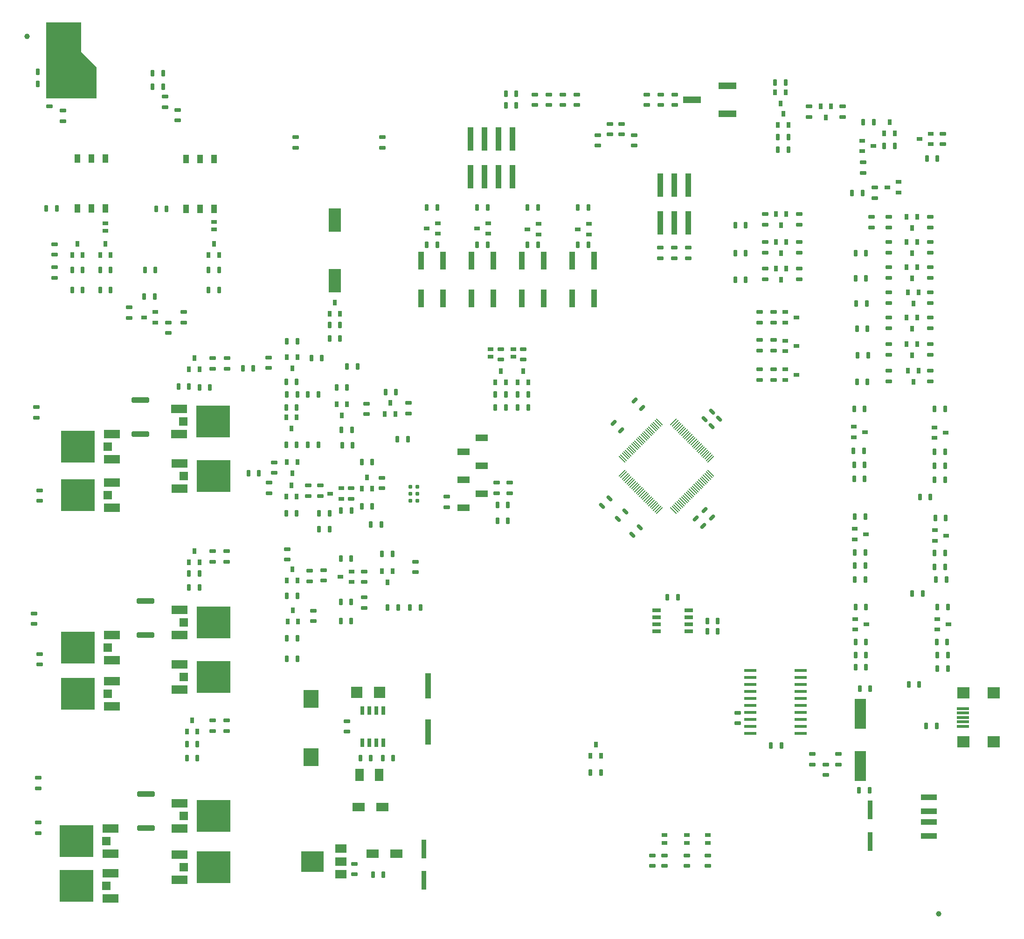
<source format=gtp>
G04*
G04 #@! TF.GenerationSoftware,Altium Limited,Altium Designer,20.0.2 (26)*
G04*
G04 Layer_Color=8421504*
%FSLAX25Y25*%
%MOIN*%
G70*
G01*
G75*
G04:AMPARAMS|DCode=21|XSize=27.56mil|YSize=49.21mil|CornerRadius=6.89mil|HoleSize=0mil|Usage=FLASHONLY|Rotation=180.000|XOffset=0mil|YOffset=0mil|HoleType=Round|Shape=RoundedRectangle|*
%AMROUNDEDRECTD21*
21,1,0.02756,0.03543,0,0,180.0*
21,1,0.01378,0.04921,0,0,180.0*
1,1,0.01378,-0.00689,0.01772*
1,1,0.01378,0.00689,0.01772*
1,1,0.01378,0.00689,-0.01772*
1,1,0.01378,-0.00689,-0.01772*
%
%ADD21ROUNDEDRECTD21*%
%ADD22R,0.03543X0.13583*%
%ADD23R,0.09055X0.06299*%
%ADD24R,0.09055X0.02362*%
%ADD25R,0.06000X0.06299*%
%ADD26R,0.11811X0.06299*%
%ADD27R,0.24410X0.22835*%
%ADD28R,0.04000X0.02854*%
G04:AMPARAMS|DCode=29|XSize=9mil|YSize=65mil|CornerRadius=0mil|HoleSize=0mil|Usage=FLASHONLY|Rotation=315.000|XOffset=0mil|YOffset=0mil|HoleType=Round|Shape=Rectangle|*
%AMROTATEDRECTD29*
4,1,4,-0.02616,-0.01980,0.01980,0.02616,0.02616,0.01980,-0.01980,-0.02616,-0.02616,-0.01980,0.0*
%
%ADD29ROTATEDRECTD29*%

G04:AMPARAMS|DCode=30|XSize=9mil|YSize=65mil|CornerRadius=0mil|HoleSize=0mil|Usage=FLASHONLY|Rotation=45.000|XOffset=0mil|YOffset=0mil|HoleType=Round|Shape=Rectangle|*
%AMROTATEDRECTD30*
4,1,4,0.01980,-0.02616,-0.02616,0.01980,-0.01980,0.02616,0.02616,-0.01980,0.01980,-0.02616,0.0*
%
%ADD30ROTATEDRECTD30*%

G04:AMPARAMS|DCode=31|XSize=27.56mil|YSize=49.21mil|CornerRadius=6.89mil|HoleSize=0mil|Usage=FLASHONLY|Rotation=45.000|XOffset=0mil|YOffset=0mil|HoleType=Round|Shape=RoundedRectangle|*
%AMROUNDEDRECTD31*
21,1,0.02756,0.03543,0,0,45.0*
21,1,0.01378,0.04921,0,0,45.0*
1,1,0.01378,0.01740,-0.00766*
1,1,0.01378,0.00766,-0.01740*
1,1,0.01378,-0.01740,0.00766*
1,1,0.01378,-0.00766,0.01740*
%
%ADD31ROUNDEDRECTD31*%
G04:AMPARAMS|DCode=32|XSize=27.56mil|YSize=49.21mil|CornerRadius=6.89mil|HoleSize=0mil|Usage=FLASHONLY|Rotation=270.000|XOffset=0mil|YOffset=0mil|HoleType=Round|Shape=RoundedRectangle|*
%AMROUNDEDRECTD32*
21,1,0.02756,0.03543,0,0,270.0*
21,1,0.01378,0.04921,0,0,270.0*
1,1,0.01378,-0.01772,-0.00689*
1,1,0.01378,-0.01772,0.00689*
1,1,0.01378,0.01772,0.00689*
1,1,0.01378,0.01772,-0.00689*
%
%ADD32ROUNDEDRECTD32*%
G04:AMPARAMS|DCode=33|XSize=27.56mil|YSize=49.21mil|CornerRadius=6.89mil|HoleSize=0mil|Usage=FLASHONLY|Rotation=135.000|XOffset=0mil|YOffset=0mil|HoleType=Round|Shape=RoundedRectangle|*
%AMROUNDEDRECTD33*
21,1,0.02756,0.03543,0,0,135.0*
21,1,0.01378,0.04921,0,0,135.0*
1,1,0.01378,0.00766,0.01740*
1,1,0.01378,0.01740,0.00766*
1,1,0.01378,-0.00766,-0.01740*
1,1,0.01378,-0.01740,-0.00766*
%
%ADD33ROUNDEDRECTD33*%
%ADD34R,0.09053X0.01967*%
%ADD35C,0.03100*%
%ADD36R,0.04000X0.03000*%
%ADD37R,0.03000X0.04000*%
%ADD38R,0.09053X0.07873*%
%ADD39C,0.03937*%
%ADD40R,0.08000X0.08000*%
G04:AMPARAMS|DCode=41|XSize=39.37mil|YSize=125.98mil|CornerRadius=9.84mil|HoleSize=0mil|Usage=FLASHONLY|Rotation=270.000|XOffset=0mil|YOffset=0mil|HoleType=Round|Shape=RoundedRectangle|*
%AMROUNDEDRECTD41*
21,1,0.03937,0.10630,0,0,270.0*
21,1,0.01968,0.12598,0,0,270.0*
1,1,0.01968,-0.05315,-0.00984*
1,1,0.01968,-0.05315,0.00984*
1,1,0.01968,0.05315,0.00984*
1,1,0.01968,0.05315,-0.00984*
%
%ADD41ROUNDEDRECTD41*%
%ADD42R,0.10984X0.12598*%
%ADD43R,0.11339X0.04409*%
%ADD44R,0.07874X0.21654*%
%ADD45R,0.03937X0.16929*%
%ADD46R,0.09055X0.06300*%
%ADD47R,0.06000X0.09000*%
%ADD48R,0.04331X0.18307*%
%ADD49R,0.09055X0.16929*%
%ADD50R,0.08661X0.05000*%
%ADD51R,0.12992X0.04724*%
%ADD52R,0.03937X0.12598*%
%ADD53R,0.08000X0.06000*%
%ADD54R,0.16000X0.15000*%
%ADD55R,0.03030X0.05910*%
%ADD56R,0.03937X0.05984*%
%ADD57R,0.05910X0.03030*%
G36*
X87000Y628000D02*
X98000Y617000D01*
Y594500D01*
X62033Y594500D01*
X61968Y649000D01*
X87000Y649000D01*
Y628000D01*
D02*
G37*
D21*
X294240Y123000D02*
D03*
X286760D02*
D03*
X383260Y373500D02*
D03*
X390740D02*
D03*
X234260Y421000D02*
D03*
X241740D02*
D03*
Y239000D02*
D03*
X234260D02*
D03*
X280303Y300000D02*
D03*
X272823D02*
D03*
X249260Y347000D02*
D03*
X256740D02*
D03*
X233760D02*
D03*
X241240D02*
D03*
X277260Y403000D02*
D03*
X284740D02*
D03*
X251760Y409000D02*
D03*
X259240D02*
D03*
X269760Y388000D02*
D03*
X277240D02*
D03*
X648240Y484000D02*
D03*
X640760D02*
D03*
X648240Y466000D02*
D03*
X640760D02*
D03*
X649240Y392000D02*
D03*
X641760D02*
D03*
X648740Y448000D02*
D03*
X641260D02*
D03*
X649240Y430000D02*
D03*
X641760D02*
D03*
X645740Y527000D02*
D03*
X638260D02*
D03*
X646260Y577500D02*
D03*
X653740D02*
D03*
X649740Y411000D02*
D03*
X642260D02*
D03*
X580260Y132000D02*
D03*
X587740D02*
D03*
X650740Y100000D02*
D03*
X643260Y100000D02*
D03*
X651240Y172500D02*
D03*
X643760D02*
D03*
X449740Y490000D02*
D03*
X442260D02*
D03*
X406260D02*
D03*
X413740D02*
D03*
X377740D02*
D03*
X370260D02*
D03*
X334260D02*
D03*
X341740D02*
D03*
X513740Y238000D02*
D03*
X506260D02*
D03*
X583260Y606000D02*
D03*
X590740D02*
D03*
X706740Y231000D02*
D03*
X699260D02*
D03*
X640760D02*
D03*
X648240D02*
D03*
X647740Y295500D02*
D03*
X640260D02*
D03*
X697760Y294500D02*
D03*
X705240D02*
D03*
X647240Y372500D02*
D03*
X639760D02*
D03*
X697260D02*
D03*
X704740D02*
D03*
X56260Y613500D02*
D03*
X63740D02*
D03*
X138260Y612500D02*
D03*
X145740D02*
D03*
X264760Y423000D02*
D03*
X272240D02*
D03*
X451260Y112500D02*
D03*
X458740D02*
D03*
X178260Y472000D02*
D03*
X185740D02*
D03*
Y457500D02*
D03*
X178260D02*
D03*
X138260Y603000D02*
D03*
X145740D02*
D03*
X140760Y515500D02*
D03*
X148240D02*
D03*
X100760Y472000D02*
D03*
X108240D02*
D03*
X108114Y457500D02*
D03*
X100634D02*
D03*
X63740Y605000D02*
D03*
X56260D02*
D03*
X62260Y516000D02*
D03*
X69740D02*
D03*
X697260Y332000D02*
D03*
X704740D02*
D03*
X639760Y332500D02*
D03*
X647240D02*
D03*
X704740Y322000D02*
D03*
X697260D02*
D03*
X647240Y322500D02*
D03*
X639760D02*
D03*
X704740Y342000D02*
D03*
X697260D02*
D03*
X646740Y342500D02*
D03*
X639260D02*
D03*
X694240Y309500D02*
D03*
X686760D02*
D03*
X697260Y259500D02*
D03*
X704740D02*
D03*
X640260Y260500D02*
D03*
X647740D02*
D03*
X705740Y250500D02*
D03*
X698260D02*
D03*
X647740D02*
D03*
X640260D02*
D03*
X704740Y269500D02*
D03*
X697260D02*
D03*
X647740Y270000D02*
D03*
X640260D02*
D03*
X688740Y240500D02*
D03*
X681260D02*
D03*
X640760Y196500D02*
D03*
X648240D02*
D03*
X699260D02*
D03*
X706740D02*
D03*
X648240Y188000D02*
D03*
X640760D02*
D03*
X706740Y187000D02*
D03*
X699260D02*
D03*
X648240Y206000D02*
D03*
X640760D02*
D03*
X706240D02*
D03*
X698760D02*
D03*
X686240Y175500D02*
D03*
X678760D02*
D03*
X585260Y567000D02*
D03*
X592740D02*
D03*
X585260Y558000D02*
D03*
X592740D02*
D03*
X273260Y357500D02*
D03*
X280740D02*
D03*
X156760Y388500D02*
D03*
X164240D02*
D03*
X281240Y346500D02*
D03*
X273760D02*
D03*
X202760Y401500D02*
D03*
X210240D02*
D03*
X241240Y373500D02*
D03*
X233760D02*
D03*
X179240Y388000D02*
D03*
X171760D02*
D03*
X312240Y384500D02*
D03*
X304760D02*
D03*
X241240Y392000D02*
D03*
X233760D02*
D03*
X234260Y383000D02*
D03*
X241740D02*
D03*
X313260Y351000D02*
D03*
X320740D02*
D03*
X256740Y383000D02*
D03*
X249260D02*
D03*
X171740Y255000D02*
D03*
X164260D02*
D03*
X171740Y245000D02*
D03*
X164260D02*
D03*
X264740Y298000D02*
D03*
X257260D02*
D03*
Y286500D02*
D03*
X264740D02*
D03*
X206760Y326500D02*
D03*
X214240D02*
D03*
X287760Y303000D02*
D03*
X295240D02*
D03*
X233760Y298000D02*
D03*
X241240D02*
D03*
X170240Y133000D02*
D03*
X162760D02*
D03*
X295240Y334500D02*
D03*
X287760D02*
D03*
X170240Y123000D02*
D03*
X162760D02*
D03*
X294260Y290000D02*
D03*
X301740D02*
D03*
X132260Y453000D02*
D03*
X139740D02*
D03*
X272760Y265500D02*
D03*
X280240D02*
D03*
X80760Y472000D02*
D03*
X88240D02*
D03*
Y457500D02*
D03*
X80760D02*
D03*
X280240Y234500D02*
D03*
X272760D02*
D03*
X309740Y269000D02*
D03*
X302260D02*
D03*
X234260Y208500D02*
D03*
X241740D02*
D03*
Y194000D02*
D03*
X234260D02*
D03*
X306260Y230500D02*
D03*
X313740D02*
D03*
X329740D02*
D03*
X322260D02*
D03*
X280240Y221000D02*
D03*
X272760D02*
D03*
X295760Y39500D02*
D03*
X303240D02*
D03*
X302760Y123000D02*
D03*
X310240D02*
D03*
X542240Y213500D02*
D03*
X534760D02*
D03*
X542240Y221000D02*
D03*
X534760D02*
D03*
X399260Y383000D02*
D03*
X406740D02*
D03*
Y373500D02*
D03*
X399260D02*
D03*
X341740Y516500D02*
D03*
X334260D02*
D03*
X377740D02*
D03*
X370260D02*
D03*
X383260Y383000D02*
D03*
X390740D02*
D03*
X392240Y292500D02*
D03*
X384760D02*
D03*
X413740Y516500D02*
D03*
X406260D02*
D03*
X392240Y304000D02*
D03*
X384760D02*
D03*
X264760Y432500D02*
D03*
X272240D02*
D03*
X132654Y472000D02*
D03*
X140134D02*
D03*
X449740Y516500D02*
D03*
X442260D02*
D03*
X691260Y146000D02*
D03*
X698740D02*
D03*
X691760Y551500D02*
D03*
X699240D02*
D03*
X668740Y560500D02*
D03*
X661260D02*
D03*
X554760Y465000D02*
D03*
X562240D02*
D03*
X554760Y484000D02*
D03*
X562240D02*
D03*
X554760Y504000D02*
D03*
X562240D02*
D03*
X390760Y598000D02*
D03*
X398240D02*
D03*
X390760Y589500D02*
D03*
X398240D02*
D03*
D22*
X332000Y57941D02*
D03*
Y35500D02*
D03*
X651000Y63279D02*
D03*
Y85720D02*
D03*
D23*
X295535Y54500D02*
D03*
X312465D02*
D03*
D24*
X601320Y140678D02*
D03*
Y145678D02*
D03*
Y150678D02*
D03*
Y155678D02*
D03*
Y160678D02*
D03*
Y165678D02*
D03*
Y170678D02*
D03*
Y175678D02*
D03*
Y180678D02*
D03*
Y185678D02*
D03*
X565375Y140678D02*
D03*
Y155678D02*
D03*
Y160678D02*
D03*
Y165678D02*
D03*
Y170678D02*
D03*
Y175678D02*
D03*
Y180678D02*
D03*
Y185678D02*
D03*
Y150678D02*
D03*
Y145678D02*
D03*
D25*
X160500Y45000D02*
D03*
X105000Y31500D02*
D03*
Y63500D02*
D03*
X160500Y81500D02*
D03*
Y181000D02*
D03*
X106000Y169000D02*
D03*
Y202000D02*
D03*
X160500Y220000D02*
D03*
X106000Y311000D02*
D03*
Y345500D02*
D03*
X160098Y363484D02*
D03*
X160500Y324500D02*
D03*
D26*
X157402Y54016D02*
D03*
Y35984D02*
D03*
X108098Y40516D02*
D03*
Y22484D02*
D03*
Y54484D02*
D03*
Y72516D02*
D03*
X157402Y72484D02*
D03*
Y90516D02*
D03*
Y190016D02*
D03*
Y171984D02*
D03*
X109098Y178016D02*
D03*
Y159984D02*
D03*
Y192984D02*
D03*
Y211016D02*
D03*
X157402Y210984D02*
D03*
Y229016D02*
D03*
X109098Y301984D02*
D03*
Y320016D02*
D03*
Y354516D02*
D03*
Y336484D02*
D03*
X157000Y372500D02*
D03*
Y354468D02*
D03*
X157402Y315484D02*
D03*
Y333516D02*
D03*
D27*
X181811Y45000D02*
D03*
X83689Y31500D02*
D03*
Y63500D02*
D03*
X181811Y81500D02*
D03*
Y181000D02*
D03*
X84689Y169000D02*
D03*
Y202000D02*
D03*
X181811Y220000D02*
D03*
X84689Y311000D02*
D03*
Y345500D02*
D03*
X181409Y363484D02*
D03*
X181811Y324500D02*
D03*
D28*
X379906Y415216D02*
D03*
Y409783D02*
D03*
X396000Y409784D02*
D03*
Y415216D02*
D03*
X504000Y67716D02*
D03*
Y62283D02*
D03*
X520000D02*
D03*
Y67716D02*
D03*
X535000D02*
D03*
Y62283D02*
D03*
X104500Y505217D02*
D03*
Y499784D02*
D03*
X182000Y500783D02*
D03*
Y506216D02*
D03*
D29*
X510511Y363236D02*
D03*
X511624Y362123D02*
D03*
X512738Y361009D02*
D03*
X513852Y359896D02*
D03*
X514965Y358782D02*
D03*
X516079Y357668D02*
D03*
X517192Y356555D02*
D03*
X518306Y355441D02*
D03*
X519419Y354328D02*
D03*
X520533Y353214D02*
D03*
X521646Y352101D02*
D03*
X522760Y350987D02*
D03*
X523874Y349874D02*
D03*
X524987Y348760D02*
D03*
X526101Y347646D02*
D03*
X527214Y346533D02*
D03*
X528328Y345419D02*
D03*
X529441Y344306D02*
D03*
X530555Y343192D02*
D03*
X531669Y342079D02*
D03*
X532782Y340965D02*
D03*
X533896Y339852D02*
D03*
X535009Y338738D02*
D03*
X536123Y337625D02*
D03*
X537236Y336511D02*
D03*
X500489Y299764D02*
D03*
X499375Y300877D02*
D03*
X498262Y301991D02*
D03*
X497148Y303104D02*
D03*
X496035Y304218D02*
D03*
X494921Y305331D02*
D03*
X493808Y306445D02*
D03*
X492694Y307559D02*
D03*
X491581Y308672D02*
D03*
X490467Y309786D02*
D03*
X489354Y310899D02*
D03*
X488240Y312013D02*
D03*
X487126Y313126D02*
D03*
X486013Y314240D02*
D03*
X484899Y315353D02*
D03*
X483786Y316467D02*
D03*
X482672Y317581D02*
D03*
X481559Y318694D02*
D03*
X480445Y319808D02*
D03*
X479331Y320921D02*
D03*
X478218Y322035D02*
D03*
X477104Y323148D02*
D03*
X475991Y324262D02*
D03*
X474877Y325376D02*
D03*
X473764Y326489D02*
D03*
D30*
X537236D02*
D03*
X536123Y325376D02*
D03*
X535009Y324262D02*
D03*
X533896Y323148D02*
D03*
X532782Y322035D02*
D03*
X531669Y320921D02*
D03*
X530555Y319808D02*
D03*
X529441Y318694D02*
D03*
X528328Y317581D02*
D03*
X527214Y316467D02*
D03*
X526101Y315353D02*
D03*
X524987Y314240D02*
D03*
X523874Y313126D02*
D03*
X522760Y312013D02*
D03*
X521646Y310899D02*
D03*
X520533Y309786D02*
D03*
X519419Y308672D02*
D03*
X518306Y307559D02*
D03*
X514965Y304218D02*
D03*
X513852Y303104D02*
D03*
X512738Y301991D02*
D03*
X511624Y300877D02*
D03*
X510511Y299764D02*
D03*
X473764Y336511D02*
D03*
X474877Y337625D02*
D03*
X475991Y338738D02*
D03*
X477104Y339852D02*
D03*
X478218Y340965D02*
D03*
X479331Y342079D02*
D03*
X480445Y343192D02*
D03*
X481559Y344306D02*
D03*
X482672Y345419D02*
D03*
X483786Y346533D02*
D03*
X484899Y347646D02*
D03*
X486013Y348760D02*
D03*
X487126Y349874D02*
D03*
X488240Y350987D02*
D03*
X489354Y352101D02*
D03*
X490467Y353214D02*
D03*
X491581Y354328D02*
D03*
X492694Y355441D02*
D03*
X493808Y356555D02*
D03*
X494921Y357668D02*
D03*
X496035Y358782D02*
D03*
X497148Y359896D02*
D03*
X498262Y361009D02*
D03*
X499375Y362123D02*
D03*
X500489Y363236D02*
D03*
X517192Y306445D02*
D03*
X516079Y305331D02*
D03*
D31*
X480974Y282581D02*
D03*
X486264Y287870D02*
D03*
X475971Y299145D02*
D03*
X470682Y293855D02*
D03*
X537855Y360355D02*
D03*
X543145Y365645D02*
D03*
X532855Y365355D02*
D03*
X538145Y370645D02*
D03*
X459355Y303355D02*
D03*
X464645Y308645D02*
D03*
D32*
X121500Y445177D02*
D03*
Y437697D02*
D03*
X654500Y523260D02*
D03*
Y530740D02*
D03*
X289500Y237740D02*
D03*
Y230260D02*
D03*
X234500Y264760D02*
D03*
Y272240D02*
D03*
X289500Y256240D02*
D03*
Y248760D02*
D03*
X280000Y315740D02*
D03*
Y308260D02*
D03*
X646000Y548740D02*
D03*
Y541260D02*
D03*
X652039Y502260D02*
D03*
Y509740D02*
D03*
X694000D02*
D03*
Y502260D02*
D03*
Y484260D02*
D03*
Y491740D02*
D03*
Y473740D02*
D03*
Y466260D02*
D03*
Y448260D02*
D03*
Y455740D02*
D03*
Y437740D02*
D03*
Y430260D02*
D03*
Y411260D02*
D03*
Y418740D02*
D03*
Y399740D02*
D03*
Y392260D02*
D03*
X600500Y511740D02*
D03*
Y504260D02*
D03*
Y484260D02*
D03*
Y491740D02*
D03*
Y472740D02*
D03*
Y465260D02*
D03*
X240500Y566740D02*
D03*
Y559260D02*
D03*
X302500Y566740D02*
D03*
Y559260D02*
D03*
X619501Y118291D02*
D03*
Y110810D02*
D03*
X556500Y147760D02*
D03*
Y155240D02*
D03*
X393500Y312260D02*
D03*
Y319740D02*
D03*
X348500Y309740D02*
D03*
Y302260D02*
D03*
X277000Y141760D02*
D03*
Y149240D02*
D03*
X56500Y101260D02*
D03*
Y108740D02*
D03*
Y69260D02*
D03*
Y76740D02*
D03*
X53500Y218760D02*
D03*
Y226240D02*
D03*
X57500Y189760D02*
D03*
Y197240D02*
D03*
X55000Y366260D02*
D03*
Y373740D02*
D03*
X57500Y306823D02*
D03*
Y314303D02*
D03*
X631500Y588740D02*
D03*
Y581260D02*
D03*
X384000Y319740D02*
D03*
Y312260D02*
D03*
X511500Y589760D02*
D03*
Y597240D02*
D03*
X501500Y589760D02*
D03*
Y597240D02*
D03*
X491500Y589760D02*
D03*
Y597240D02*
D03*
X441500Y589760D02*
D03*
Y597240D02*
D03*
X431500Y589760D02*
D03*
Y597240D02*
D03*
X421500Y589760D02*
D03*
Y597240D02*
D03*
X411500Y589760D02*
D03*
Y597240D02*
D03*
X495500Y45760D02*
D03*
Y53240D02*
D03*
X147000Y595740D02*
D03*
Y588260D02*
D03*
X156000Y578760D02*
D03*
Y586240D02*
D03*
X64500Y596240D02*
D03*
Y588760D02*
D03*
X74000Y578260D02*
D03*
Y585740D02*
D03*
X607500Y581260D02*
D03*
Y588740D02*
D03*
X221000Y401760D02*
D03*
Y409240D02*
D03*
X291000Y376240D02*
D03*
Y368760D02*
D03*
X181000Y408740D02*
D03*
Y401260D02*
D03*
X321000Y376740D02*
D03*
Y369260D02*
D03*
X191500Y401260D02*
D03*
Y408740D02*
D03*
X181000Y270740D02*
D03*
Y263260D02*
D03*
X225000Y326760D02*
D03*
Y334240D02*
D03*
X191000Y263260D02*
D03*
Y270740D02*
D03*
X221500Y319740D02*
D03*
Y312260D02*
D03*
X181000Y149740D02*
D03*
Y142260D02*
D03*
X302000Y323240D02*
D03*
Y315760D02*
D03*
X249500Y317740D02*
D03*
Y310260D02*
D03*
X258000Y317740D02*
D03*
Y310260D02*
D03*
X191000Y142260D02*
D03*
Y149740D02*
D03*
X149500Y426760D02*
D03*
Y434240D02*
D03*
X160500Y441740D02*
D03*
Y434260D02*
D03*
X250500Y256740D02*
D03*
Y249260D02*
D03*
X260500Y249760D02*
D03*
Y257240D02*
D03*
X68000Y490240D02*
D03*
Y482760D02*
D03*
X326000Y263240D02*
D03*
Y255760D02*
D03*
X68000Y466260D02*
D03*
Y473740D02*
D03*
X253000Y228240D02*
D03*
Y220760D02*
D03*
X535000Y45760D02*
D03*
Y53240D02*
D03*
X520000Y45760D02*
D03*
Y53240D02*
D03*
X504000Y45760D02*
D03*
Y53240D02*
D03*
X282500Y47240D02*
D03*
Y39760D02*
D03*
X403000Y415240D02*
D03*
Y407760D02*
D03*
X387000Y415240D02*
D03*
Y407760D02*
D03*
X501000Y480260D02*
D03*
Y487740D02*
D03*
X511000Y480260D02*
D03*
Y487740D02*
D03*
X521000Y480260D02*
D03*
X521000Y487740D02*
D03*
X628300Y125803D02*
D03*
Y118323D02*
D03*
X609724Y125740D02*
D03*
Y118260D02*
D03*
X703000Y569240D02*
D03*
Y561760D02*
D03*
X582000Y400740D02*
D03*
Y393260D02*
D03*
Y421740D02*
D03*
Y414260D02*
D03*
Y441740D02*
D03*
Y434260D02*
D03*
X572000Y393260D02*
D03*
Y400740D02*
D03*
Y414260D02*
D03*
Y421740D02*
D03*
Y434260D02*
D03*
Y441740D02*
D03*
X576000Y465260D02*
D03*
Y472740D02*
D03*
Y484260D02*
D03*
Y491740D02*
D03*
Y504260D02*
D03*
Y511740D02*
D03*
X664500Y392260D02*
D03*
Y399740D02*
D03*
Y411260D02*
D03*
Y418740D02*
D03*
Y430260D02*
D03*
Y437740D02*
D03*
Y448260D02*
D03*
Y455740D02*
D03*
Y466260D02*
D03*
Y473740D02*
D03*
Y484260D02*
D03*
Y491740D02*
D03*
Y502260D02*
D03*
Y509740D02*
D03*
X456500Y568240D02*
D03*
Y560760D02*
D03*
X482500Y568240D02*
D03*
Y560760D02*
D03*
X465000Y568760D02*
D03*
Y576240D02*
D03*
X473500Y568760D02*
D03*
X473500Y576240D02*
D03*
D33*
X532855Y300145D02*
D03*
X538145Y294855D02*
D03*
X526355Y294145D02*
D03*
X531645Y288855D02*
D03*
X482855Y378645D02*
D03*
X488145Y373355D02*
D03*
X473145Y357355D02*
D03*
X467855Y362645D02*
D03*
D34*
X717500Y148853D02*
D03*
Y152000D02*
D03*
Y155147D02*
D03*
Y145707D02*
D03*
Y158293D02*
D03*
D35*
X327500Y307000D02*
D03*
X322500D02*
D03*
Y312000D02*
D03*
Y317000D02*
D03*
X327500Y312000D02*
D03*
Y317000D02*
D03*
D36*
X663500Y531000D02*
D03*
X671500Y527250D02*
D03*
Y534750D02*
D03*
X653500Y560500D02*
D03*
X645500Y564250D02*
D03*
Y556750D02*
D03*
X273000Y315750D02*
D03*
Y308250D02*
D03*
X265000Y312000D02*
D03*
X140000Y441750D02*
D03*
Y434250D02*
D03*
X132000Y438000D02*
D03*
X280500Y256250D02*
D03*
Y248750D02*
D03*
X272500Y252500D02*
D03*
X590500Y393250D02*
D03*
Y400750D02*
D03*
X598500Y397000D02*
D03*
X590500Y413750D02*
D03*
Y421250D02*
D03*
X598500Y417500D02*
D03*
X590500Y434250D02*
D03*
Y441750D02*
D03*
X598500Y438000D02*
D03*
X694500Y569250D02*
D03*
Y561750D02*
D03*
X686500Y565500D02*
D03*
X334000Y501500D02*
D03*
X342000Y497750D02*
D03*
Y505250D02*
D03*
X378000D02*
D03*
Y497750D02*
D03*
X370000Y501500D02*
D03*
X406000Y501000D02*
D03*
X414000Y497250D02*
D03*
Y504750D02*
D03*
X707000Y218500D02*
D03*
X699000Y222250D02*
D03*
Y214750D02*
D03*
X640500D02*
D03*
Y222250D02*
D03*
X648500Y218500D02*
D03*
X648000Y283000D02*
D03*
X640000Y286750D02*
D03*
Y279250D02*
D03*
X697500Y278250D02*
D03*
Y285750D02*
D03*
X705500Y282000D02*
D03*
X647500Y356000D02*
D03*
X639500Y359750D02*
D03*
Y352250D02*
D03*
X697000Y351750D02*
D03*
Y359250D02*
D03*
X705000Y355500D02*
D03*
X442000Y501000D02*
D03*
X450000Y497250D02*
D03*
Y504750D02*
D03*
D37*
X668750Y569500D02*
D03*
X661250D02*
D03*
X665000Y577500D02*
D03*
X185750Y482500D02*
D03*
X178250D02*
D03*
X182000Y490500D02*
D03*
X108250Y482500D02*
D03*
X100750D02*
D03*
X104500Y490500D02*
D03*
X592750Y575500D02*
D03*
X585250D02*
D03*
X589000Y583500D02*
D03*
X234250Y409500D02*
D03*
X241750D02*
D03*
X238000Y401500D02*
D03*
X269750Y376000D02*
D03*
X277250D02*
D03*
X273500Y368000D02*
D03*
X171750Y401000D02*
D03*
X164250D02*
D03*
X168000Y409000D02*
D03*
X233750Y366500D02*
D03*
X241250D02*
D03*
X237500Y358500D02*
D03*
X311750Y369000D02*
D03*
X304250D02*
D03*
X308000Y377000D02*
D03*
X171750Y263000D02*
D03*
X164250D02*
D03*
X168000Y271000D02*
D03*
X234250Y334500D02*
D03*
X241750D02*
D03*
X238000Y326500D02*
D03*
X170250Y142000D02*
D03*
X162750D02*
D03*
X166500Y150000D02*
D03*
X241250Y310000D02*
D03*
X233750D02*
D03*
X237500Y318000D02*
D03*
X295250Y315500D02*
D03*
X287750D02*
D03*
X291500Y323500D02*
D03*
X241750Y250000D02*
D03*
X234250D02*
D03*
X238000Y258000D02*
D03*
X88250Y482500D02*
D03*
X80750D02*
D03*
X84500Y490500D02*
D03*
X302250Y256500D02*
D03*
X309750D02*
D03*
X306000Y248500D02*
D03*
X406750Y391500D02*
D03*
X399250D02*
D03*
X403000Y399500D02*
D03*
X390750Y391500D02*
D03*
X383250D02*
D03*
X387000Y399500D02*
D03*
X272250Y440500D02*
D03*
X264750D02*
D03*
X268500Y448500D02*
D03*
X242250Y220500D02*
D03*
X234750D02*
D03*
X238500Y228500D02*
D03*
X587000Y591000D02*
D03*
X590750Y599000D02*
D03*
X583250D02*
D03*
X677250Y510000D02*
D03*
X684750D02*
D03*
X681000Y502000D02*
D03*
Y484000D02*
D03*
X684750Y492000D02*
D03*
X677250D02*
D03*
Y474000D02*
D03*
X684750D02*
D03*
X681000Y466000D02*
D03*
X682000Y448000D02*
D03*
X685750Y456000D02*
D03*
X678250D02*
D03*
X677250Y438000D02*
D03*
X684750D02*
D03*
X681000Y430000D02*
D03*
Y411000D02*
D03*
X684750Y419000D02*
D03*
X677250D02*
D03*
X678250Y400000D02*
D03*
X685750D02*
D03*
X682000Y392000D02*
D03*
X587500Y504000D02*
D03*
X591250Y512000D02*
D03*
X583750D02*
D03*
Y492000D02*
D03*
X591250D02*
D03*
X587500Y484000D02*
D03*
Y465000D02*
D03*
X591250Y473000D02*
D03*
X583750D02*
D03*
X615750Y589000D02*
D03*
X623250D02*
D03*
X619500Y581000D02*
D03*
X458750Y124500D02*
D03*
X451250D02*
D03*
X455000Y132500D02*
D03*
D38*
X717697Y169503D02*
D03*
X739330D02*
D03*
Y134497D02*
D03*
X717697D02*
D03*
D39*
X48500Y639000D02*
D03*
X700000Y11500D02*
D03*
D40*
X283960Y170000D02*
D03*
X300500D02*
D03*
D41*
X133000Y235205D02*
D03*
Y210795D02*
D03*
X129500Y354500D02*
D03*
Y378909D02*
D03*
X133500Y72795D02*
D03*
Y97205D02*
D03*
D42*
X251500Y165366D02*
D03*
Y123634D02*
D03*
D43*
X693000Y84937D02*
D03*
Y94779D02*
D03*
Y67220D02*
D03*
Y77063D02*
D03*
D44*
X644000Y117299D02*
D03*
X644000Y154701D02*
D03*
D45*
X365500Y538417D02*
D03*
X375500D02*
D03*
X385500D02*
D03*
X395500D02*
D03*
D03*
X365500Y565583D02*
D03*
X375500D02*
D03*
X385500D02*
D03*
X395500D02*
D03*
X521000Y532583D02*
D03*
X511000D02*
D03*
X501000D02*
D03*
D03*
X521000Y505417D02*
D03*
X511000D02*
D03*
X501000D02*
D03*
D46*
X285535Y88000D02*
D03*
X302465D02*
D03*
D47*
X286000Y111000D02*
D03*
X300000D02*
D03*
D48*
X335000Y141563D02*
D03*
Y174437D02*
D03*
D49*
X268500Y464347D02*
D03*
Y507654D02*
D03*
D50*
X373496Y352000D02*
D03*
X360504Y342000D02*
D03*
X373496Y332000D02*
D03*
X360504Y322000D02*
D03*
X373496Y312000D02*
D03*
X360504Y302000D02*
D03*
D03*
D51*
X549098Y603500D02*
D03*
Y583500D02*
D03*
X523902Y593500D02*
D03*
D52*
X345874Y451614D02*
D03*
Y478386D02*
D03*
X330126Y451614D02*
D03*
Y478386D02*
D03*
X366126D02*
D03*
Y451614D02*
D03*
X381874Y478386D02*
D03*
Y451614D02*
D03*
X438126Y478386D02*
D03*
Y451614D02*
D03*
X453874Y478386D02*
D03*
Y451614D02*
D03*
X402126Y478386D02*
D03*
Y451614D02*
D03*
X417874Y478386D02*
D03*
Y451614D02*
D03*
D53*
X272750Y39940D02*
D03*
Y49000D02*
D03*
Y58060D02*
D03*
D54*
X252500Y49000D02*
D03*
D55*
X288000Y134000D02*
D03*
X293000D02*
D03*
X298000D02*
D03*
X303000D02*
D03*
Y157000D02*
D03*
X298000D02*
D03*
X293000D02*
D03*
X288000D02*
D03*
D56*
X162000Y515492D02*
D03*
X172039Y515394D02*
D03*
X181980Y515394D02*
D03*
X162000Y551122D02*
D03*
X172039D02*
D03*
X181980Y551122D02*
D03*
X104480Y551622D02*
D03*
X94539D02*
D03*
X84500D02*
D03*
X104480Y515894D02*
D03*
X94539Y515894D02*
D03*
X84500Y515992D02*
D03*
D57*
X521500Y228500D02*
D03*
X521500Y223500D02*
D03*
Y218500D02*
D03*
Y213500D02*
D03*
X498500Y213500D02*
D03*
X498500Y218500D02*
D03*
X498500Y223500D02*
D03*
Y228500D02*
D03*
M02*

</source>
